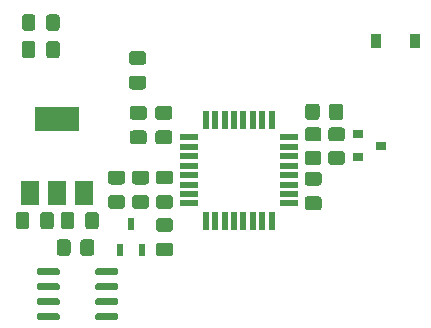
<source format=gtp>
%TF.GenerationSoftware,KiCad,Pcbnew,(5.1.10)-1*%
%TF.CreationDate,2022-04-04T21:04:04+02:00*%
%TF.ProjectId,Quickshifter3,51756963-6b73-4686-9966-746572332e6b,rev?*%
%TF.SameCoordinates,Original*%
%TF.FileFunction,Paste,Top*%
%TF.FilePolarity,Positive*%
%FSLAX46Y46*%
G04 Gerber Fmt 4.6, Leading zero omitted, Abs format (unit mm)*
G04 Created by KiCad (PCBNEW (5.1.10)-1) date 2022-04-04 21:04:04*
%MOMM*%
%LPD*%
G01*
G04 APERTURE LIST*
%ADD10R,1.500000X2.000000*%
%ADD11R,3.800000X2.000000*%
%ADD12R,0.900000X0.800000*%
%ADD13R,0.600000X1.100000*%
%ADD14R,0.600000X1.500000*%
%ADD15R,1.500000X0.600000*%
%ADD16R,0.900000X1.200000*%
G04 APERTURE END LIST*
G36*
G01*
X118658200Y-56960100D02*
X117708200Y-56960100D01*
G75*
G02*
X117458200Y-56710100I0J250000D01*
G01*
X117458200Y-56035100D01*
G75*
G02*
X117708200Y-55785100I250000J0D01*
G01*
X118658200Y-55785100D01*
G75*
G02*
X118908200Y-56035100I0J-250000D01*
G01*
X118908200Y-56710100D01*
G75*
G02*
X118658200Y-56960100I-250000J0D01*
G01*
G37*
G36*
G01*
X118658200Y-59035100D02*
X117708200Y-59035100D01*
G75*
G02*
X117458200Y-58785100I0J250000D01*
G01*
X117458200Y-58110100D01*
G75*
G02*
X117708200Y-57860100I250000J0D01*
G01*
X118658200Y-57860100D01*
G75*
G02*
X118908200Y-58110100I0J-250000D01*
G01*
X118908200Y-58785100D01*
G75*
G02*
X118658200Y-59035100I-250000J0D01*
G01*
G37*
G36*
G01*
X94783000Y-64380000D02*
X94783000Y-64080000D01*
G75*
G02*
X94933000Y-63930000I150000J0D01*
G01*
X96583000Y-63930000D01*
G75*
G02*
X96733000Y-64080000I0J-150000D01*
G01*
X96733000Y-64380000D01*
G75*
G02*
X96583000Y-64530000I-150000J0D01*
G01*
X94933000Y-64530000D01*
G75*
G02*
X94783000Y-64380000I0J150000D01*
G01*
G37*
G36*
G01*
X94783000Y-65650000D02*
X94783000Y-65350000D01*
G75*
G02*
X94933000Y-65200000I150000J0D01*
G01*
X96583000Y-65200000D01*
G75*
G02*
X96733000Y-65350000I0J-150000D01*
G01*
X96733000Y-65650000D01*
G75*
G02*
X96583000Y-65800000I-150000J0D01*
G01*
X94933000Y-65800000D01*
G75*
G02*
X94783000Y-65650000I0J150000D01*
G01*
G37*
G36*
G01*
X94783000Y-66920000D02*
X94783000Y-66620000D01*
G75*
G02*
X94933000Y-66470000I150000J0D01*
G01*
X96583000Y-66470000D01*
G75*
G02*
X96733000Y-66620000I0J-150000D01*
G01*
X96733000Y-66920000D01*
G75*
G02*
X96583000Y-67070000I-150000J0D01*
G01*
X94933000Y-67070000D01*
G75*
G02*
X94783000Y-66920000I0J150000D01*
G01*
G37*
G36*
G01*
X94783000Y-68190000D02*
X94783000Y-67890000D01*
G75*
G02*
X94933000Y-67740000I150000J0D01*
G01*
X96583000Y-67740000D01*
G75*
G02*
X96733000Y-67890000I0J-150000D01*
G01*
X96733000Y-68190000D01*
G75*
G02*
X96583000Y-68340000I-150000J0D01*
G01*
X94933000Y-68340000D01*
G75*
G02*
X94783000Y-68190000I0J150000D01*
G01*
G37*
G36*
G01*
X99733000Y-68190000D02*
X99733000Y-67890000D01*
G75*
G02*
X99883000Y-67740000I150000J0D01*
G01*
X101533000Y-67740000D01*
G75*
G02*
X101683000Y-67890000I0J-150000D01*
G01*
X101683000Y-68190000D01*
G75*
G02*
X101533000Y-68340000I-150000J0D01*
G01*
X99883000Y-68340000D01*
G75*
G02*
X99733000Y-68190000I0J150000D01*
G01*
G37*
G36*
G01*
X99733000Y-66920000D02*
X99733000Y-66620000D01*
G75*
G02*
X99883000Y-66470000I150000J0D01*
G01*
X101533000Y-66470000D01*
G75*
G02*
X101683000Y-66620000I0J-150000D01*
G01*
X101683000Y-66920000D01*
G75*
G02*
X101533000Y-67070000I-150000J0D01*
G01*
X99883000Y-67070000D01*
G75*
G02*
X99733000Y-66920000I0J150000D01*
G01*
G37*
G36*
G01*
X99733000Y-65650000D02*
X99733000Y-65350000D01*
G75*
G02*
X99883000Y-65200000I150000J0D01*
G01*
X101533000Y-65200000D01*
G75*
G02*
X101683000Y-65350000I0J-150000D01*
G01*
X101683000Y-65650000D01*
G75*
G02*
X101533000Y-65800000I-150000J0D01*
G01*
X99883000Y-65800000D01*
G75*
G02*
X99733000Y-65650000I0J150000D01*
G01*
G37*
G36*
G01*
X99733000Y-64380000D02*
X99733000Y-64080000D01*
G75*
G02*
X99883000Y-63930000I150000J0D01*
G01*
X101533000Y-63930000D01*
G75*
G02*
X101683000Y-64080000I0J-150000D01*
G01*
X101683000Y-64380000D01*
G75*
G02*
X101533000Y-64530000I-150000J0D01*
G01*
X99883000Y-64530000D01*
G75*
G02*
X99733000Y-64380000I0J150000D01*
G01*
G37*
D10*
X94217000Y-57601000D03*
X98817000Y-57601000D03*
X96517000Y-57601000D03*
D11*
X96517000Y-51301000D03*
G36*
G01*
X120614401Y-53209500D02*
X119714399Y-53209500D01*
G75*
G02*
X119464400Y-52959501I0J249999D01*
G01*
X119464400Y-52259499D01*
G75*
G02*
X119714399Y-52009500I249999J0D01*
G01*
X120614401Y-52009500D01*
G75*
G02*
X120864400Y-52259499I0J-249999D01*
G01*
X120864400Y-52959501D01*
G75*
G02*
X120614401Y-53209500I-249999J0D01*
G01*
G37*
G36*
G01*
X120614401Y-55209500D02*
X119714399Y-55209500D01*
G75*
G02*
X119464400Y-54959501I0J249999D01*
G01*
X119464400Y-54259499D01*
G75*
G02*
X119714399Y-54009500I249999J0D01*
G01*
X120614401Y-54009500D01*
G75*
G02*
X120864400Y-54259499I0J-249999D01*
G01*
X120864400Y-54959501D01*
G75*
G02*
X120614401Y-55209500I-249999J0D01*
G01*
G37*
G36*
G01*
X117733199Y-54009500D02*
X118633201Y-54009500D01*
G75*
G02*
X118883200Y-54259499I0J-249999D01*
G01*
X118883200Y-54959501D01*
G75*
G02*
X118633201Y-55209500I-249999J0D01*
G01*
X117733199Y-55209500D01*
G75*
G02*
X117483200Y-54959501I0J249999D01*
G01*
X117483200Y-54259499D01*
G75*
G02*
X117733199Y-54009500I249999J0D01*
G01*
G37*
G36*
G01*
X117733199Y-52009500D02*
X118633201Y-52009500D01*
G75*
G02*
X118883200Y-52259499I0J-249999D01*
G01*
X118883200Y-52959501D01*
G75*
G02*
X118633201Y-53209500I-249999J0D01*
G01*
X117733199Y-53209500D01*
G75*
G02*
X117483200Y-52959501I0J249999D01*
G01*
X117483200Y-52259499D01*
G75*
G02*
X117733199Y-52009500I249999J0D01*
G01*
G37*
G36*
G01*
X99657000Y-61747999D02*
X99657000Y-62648001D01*
G75*
G02*
X99407001Y-62898000I-249999J0D01*
G01*
X98706999Y-62898000D01*
G75*
G02*
X98457000Y-62648001I0J249999D01*
G01*
X98457000Y-61747999D01*
G75*
G02*
X98706999Y-61498000I249999J0D01*
G01*
X99407001Y-61498000D01*
G75*
G02*
X99657000Y-61747999I0J-249999D01*
G01*
G37*
G36*
G01*
X97657000Y-61747999D02*
X97657000Y-62648001D01*
G75*
G02*
X97407001Y-62898000I-249999J0D01*
G01*
X96706999Y-62898000D01*
G75*
G02*
X96457000Y-62648001I0J249999D01*
G01*
X96457000Y-61747999D01*
G75*
G02*
X96706999Y-61498000I249999J0D01*
G01*
X97407001Y-61498000D01*
G75*
G02*
X97657000Y-61747999I0J-249999D01*
G01*
G37*
G36*
G01*
X118723000Y-50254499D02*
X118723000Y-51154501D01*
G75*
G02*
X118473001Y-51404500I-249999J0D01*
G01*
X117772999Y-51404500D01*
G75*
G02*
X117523000Y-51154501I0J249999D01*
G01*
X117523000Y-50254499D01*
G75*
G02*
X117772999Y-50004500I249999J0D01*
G01*
X118473001Y-50004500D01*
G75*
G02*
X118723000Y-50254499I0J-249999D01*
G01*
G37*
G36*
G01*
X120723000Y-50254499D02*
X120723000Y-51154501D01*
G75*
G02*
X120473001Y-51404500I-249999J0D01*
G01*
X119772999Y-51404500D01*
G75*
G02*
X119523000Y-51154501I0J249999D01*
G01*
X119523000Y-50254499D01*
G75*
G02*
X119772999Y-50004500I249999J0D01*
G01*
X120473001Y-50004500D01*
G75*
G02*
X120723000Y-50254499I0J-249999D01*
G01*
G37*
D12*
X123949000Y-53562000D03*
X121949000Y-54512000D03*
X121949000Y-52612000D03*
D13*
X101787500Y-62401200D03*
X103687500Y-62401200D03*
X102737500Y-60201200D03*
D14*
X109084000Y-51407500D03*
X109884000Y-51407500D03*
X110684000Y-51407500D03*
X111484000Y-51407500D03*
X112284000Y-51407500D03*
X113084000Y-51407500D03*
X113884000Y-51407500D03*
X114684000Y-51407500D03*
D15*
X116134000Y-52857500D03*
X116134000Y-53657500D03*
X116134000Y-54457500D03*
X116134000Y-55257500D03*
X116134000Y-56057500D03*
X116134000Y-56857500D03*
X116134000Y-57657500D03*
X116134000Y-58457500D03*
D14*
X114684000Y-59907500D03*
X113884000Y-59907500D03*
X113084000Y-59907500D03*
X112284000Y-59907500D03*
X111484000Y-59907500D03*
X110684000Y-59907500D03*
X109884000Y-59907500D03*
X109084000Y-59907500D03*
D15*
X107634000Y-58457500D03*
X107634000Y-57657500D03*
X107634000Y-56857500D03*
X107634000Y-56057500D03*
X107634000Y-55257500D03*
X107634000Y-54457500D03*
X107634000Y-53657500D03*
X107634000Y-52857500D03*
D16*
X123519200Y-44722800D03*
X126819200Y-44722800D03*
G36*
G01*
X106072500Y-60871700D02*
X105122500Y-60871700D01*
G75*
G02*
X104872500Y-60621700I0J250000D01*
G01*
X104872500Y-59946700D01*
G75*
G02*
X105122500Y-59696700I250000J0D01*
G01*
X106072500Y-59696700D01*
G75*
G02*
X106322500Y-59946700I0J-250000D01*
G01*
X106322500Y-60621700D01*
G75*
G02*
X106072500Y-60871700I-250000J0D01*
G01*
G37*
G36*
G01*
X106072500Y-62946700D02*
X105122500Y-62946700D01*
G75*
G02*
X104872500Y-62696700I0J250000D01*
G01*
X104872500Y-62021700D01*
G75*
G02*
X105122500Y-61771700I250000J0D01*
G01*
X106072500Y-61771700D01*
G75*
G02*
X106322500Y-62021700I0J-250000D01*
G01*
X106322500Y-62696700D01*
G75*
G02*
X106072500Y-62946700I-250000J0D01*
G01*
G37*
G36*
G01*
X103090500Y-57754600D02*
X104040500Y-57754600D01*
G75*
G02*
X104290500Y-58004600I0J-250000D01*
G01*
X104290500Y-58679600D01*
G75*
G02*
X104040500Y-58929600I-250000J0D01*
G01*
X103090500Y-58929600D01*
G75*
G02*
X102840500Y-58679600I0J250000D01*
G01*
X102840500Y-58004600D01*
G75*
G02*
X103090500Y-57754600I250000J0D01*
G01*
G37*
G36*
G01*
X103090500Y-55679600D02*
X104040500Y-55679600D01*
G75*
G02*
X104290500Y-55929600I0J-250000D01*
G01*
X104290500Y-56604600D01*
G75*
G02*
X104040500Y-56854600I-250000J0D01*
G01*
X103090500Y-56854600D01*
G75*
G02*
X102840500Y-56604600I0J250000D01*
G01*
X102840500Y-55929600D01*
G75*
G02*
X103090500Y-55679600I250000J0D01*
G01*
G37*
G36*
G01*
X103786500Y-46740500D02*
X102836500Y-46740500D01*
G75*
G02*
X102586500Y-46490500I0J250000D01*
G01*
X102586500Y-45815500D01*
G75*
G02*
X102836500Y-45565500I250000J0D01*
G01*
X103786500Y-45565500D01*
G75*
G02*
X104036500Y-45815500I0J-250000D01*
G01*
X104036500Y-46490500D01*
G75*
G02*
X103786500Y-46740500I-250000J0D01*
G01*
G37*
G36*
G01*
X103786500Y-48815500D02*
X102836500Y-48815500D01*
G75*
G02*
X102586500Y-48565500I0J250000D01*
G01*
X102586500Y-47890500D01*
G75*
G02*
X102836500Y-47640500I250000J0D01*
G01*
X103786500Y-47640500D01*
G75*
G02*
X104036500Y-47890500I0J-250000D01*
G01*
X104036500Y-48565500D01*
G75*
G02*
X103786500Y-48815500I-250000J0D01*
G01*
G37*
G36*
G01*
X95062000Y-60387000D02*
X95062000Y-59437000D01*
G75*
G02*
X95312000Y-59187000I250000J0D01*
G01*
X95987000Y-59187000D01*
G75*
G02*
X96237000Y-59437000I0J-250000D01*
G01*
X96237000Y-60387000D01*
G75*
G02*
X95987000Y-60637000I-250000J0D01*
G01*
X95312000Y-60637000D01*
G75*
G02*
X95062000Y-60387000I0J250000D01*
G01*
G37*
G36*
G01*
X92987000Y-60387000D02*
X92987000Y-59437000D01*
G75*
G02*
X93237000Y-59187000I250000J0D01*
G01*
X93912000Y-59187000D01*
G75*
G02*
X94162000Y-59437000I0J-250000D01*
G01*
X94162000Y-60387000D01*
G75*
G02*
X93912000Y-60637000I-250000J0D01*
G01*
X93237000Y-60637000D01*
G75*
G02*
X92987000Y-60387000I0J250000D01*
G01*
G37*
G36*
G01*
X105122500Y-57749700D02*
X106072500Y-57749700D01*
G75*
G02*
X106322500Y-57999700I0J-250000D01*
G01*
X106322500Y-58674700D01*
G75*
G02*
X106072500Y-58924700I-250000J0D01*
G01*
X105122500Y-58924700D01*
G75*
G02*
X104872500Y-58674700I0J250000D01*
G01*
X104872500Y-57999700D01*
G75*
G02*
X105122500Y-57749700I250000J0D01*
G01*
G37*
G36*
G01*
X105122500Y-55674700D02*
X106072500Y-55674700D01*
G75*
G02*
X106322500Y-55924700I0J-250000D01*
G01*
X106322500Y-56599700D01*
G75*
G02*
X106072500Y-56849700I-250000J0D01*
G01*
X105122500Y-56849700D01*
G75*
G02*
X104872500Y-56599700I0J250000D01*
G01*
X104872500Y-55924700D01*
G75*
G02*
X105122500Y-55674700I250000J0D01*
G01*
G37*
G36*
G01*
X97972000Y-59437000D02*
X97972000Y-60387000D01*
G75*
G02*
X97722000Y-60637000I-250000J0D01*
G01*
X97047000Y-60637000D01*
G75*
G02*
X96797000Y-60387000I0J250000D01*
G01*
X96797000Y-59437000D01*
G75*
G02*
X97047000Y-59187000I250000J0D01*
G01*
X97722000Y-59187000D01*
G75*
G02*
X97972000Y-59437000I0J-250000D01*
G01*
G37*
G36*
G01*
X100047000Y-59437000D02*
X100047000Y-60387000D01*
G75*
G02*
X99797000Y-60637000I-250000J0D01*
G01*
X99122000Y-60637000D01*
G75*
G02*
X98872000Y-60387000I0J250000D01*
G01*
X98872000Y-59437000D01*
G75*
G02*
X99122000Y-59187000I250000J0D01*
G01*
X99797000Y-59187000D01*
G75*
G02*
X100047000Y-59437000I0J-250000D01*
G01*
G37*
G36*
G01*
X94670000Y-44959000D02*
X94670000Y-45909000D01*
G75*
G02*
X94420000Y-46159000I-250000J0D01*
G01*
X93745000Y-46159000D01*
G75*
G02*
X93495000Y-45909000I0J250000D01*
G01*
X93495000Y-44959000D01*
G75*
G02*
X93745000Y-44709000I250000J0D01*
G01*
X94420000Y-44709000D01*
G75*
G02*
X94670000Y-44959000I0J-250000D01*
G01*
G37*
G36*
G01*
X96745000Y-44959000D02*
X96745000Y-45909000D01*
G75*
G02*
X96495000Y-46159000I-250000J0D01*
G01*
X95820000Y-46159000D01*
G75*
G02*
X95570000Y-45909000I0J250000D01*
G01*
X95570000Y-44959000D01*
G75*
G02*
X95820000Y-44709000I250000J0D01*
G01*
X96495000Y-44709000D01*
G75*
G02*
X96745000Y-44959000I0J-250000D01*
G01*
G37*
G36*
G01*
X106009000Y-51376000D02*
X105059000Y-51376000D01*
G75*
G02*
X104809000Y-51126000I0J250000D01*
G01*
X104809000Y-50451000D01*
G75*
G02*
X105059000Y-50201000I250000J0D01*
G01*
X106009000Y-50201000D01*
G75*
G02*
X106259000Y-50451000I0J-250000D01*
G01*
X106259000Y-51126000D01*
G75*
G02*
X106009000Y-51376000I-250000J0D01*
G01*
G37*
G36*
G01*
X106009000Y-53451000D02*
X105059000Y-53451000D01*
G75*
G02*
X104809000Y-53201000I0J250000D01*
G01*
X104809000Y-52526000D01*
G75*
G02*
X105059000Y-52276000I250000J0D01*
G01*
X106009000Y-52276000D01*
G75*
G02*
X106259000Y-52526000I0J-250000D01*
G01*
X106259000Y-53201000D01*
G75*
G02*
X106009000Y-53451000I-250000J0D01*
G01*
G37*
G36*
G01*
X103850000Y-51376000D02*
X102900000Y-51376000D01*
G75*
G02*
X102650000Y-51126000I0J250000D01*
G01*
X102650000Y-50451000D01*
G75*
G02*
X102900000Y-50201000I250000J0D01*
G01*
X103850000Y-50201000D01*
G75*
G02*
X104100000Y-50451000I0J-250000D01*
G01*
X104100000Y-51126000D01*
G75*
G02*
X103850000Y-51376000I-250000J0D01*
G01*
G37*
G36*
G01*
X103850000Y-53451000D02*
X102900000Y-53451000D01*
G75*
G02*
X102650000Y-53201000I0J250000D01*
G01*
X102650000Y-52526000D01*
G75*
G02*
X102900000Y-52276000I250000J0D01*
G01*
X103850000Y-52276000D01*
G75*
G02*
X104100000Y-52526000I0J-250000D01*
G01*
X104100000Y-53201000D01*
G75*
G02*
X103850000Y-53451000I-250000J0D01*
G01*
G37*
G36*
G01*
X95570000Y-43598001D02*
X95570000Y-42697999D01*
G75*
G02*
X95819999Y-42448000I249999J0D01*
G01*
X96470001Y-42448000D01*
G75*
G02*
X96720000Y-42697999I0J-249999D01*
G01*
X96720000Y-43598001D01*
G75*
G02*
X96470001Y-43848000I-249999J0D01*
G01*
X95819999Y-43848000D01*
G75*
G02*
X95570000Y-43598001I0J249999D01*
G01*
G37*
G36*
G01*
X93520000Y-43598001D02*
X93520000Y-42697999D01*
G75*
G02*
X93769999Y-42448000I249999J0D01*
G01*
X94420001Y-42448000D01*
G75*
G02*
X94670000Y-42697999I0J-249999D01*
G01*
X94670000Y-43598001D01*
G75*
G02*
X94420001Y-43848000I-249999J0D01*
G01*
X93769999Y-43848000D01*
G75*
G02*
X93520000Y-43598001I0J249999D01*
G01*
G37*
G36*
G01*
X101058500Y-57754600D02*
X102008500Y-57754600D01*
G75*
G02*
X102258500Y-58004600I0J-250000D01*
G01*
X102258500Y-58679600D01*
G75*
G02*
X102008500Y-58929600I-250000J0D01*
G01*
X101058500Y-58929600D01*
G75*
G02*
X100808500Y-58679600I0J250000D01*
G01*
X100808500Y-58004600D01*
G75*
G02*
X101058500Y-57754600I250000J0D01*
G01*
G37*
G36*
G01*
X101058500Y-55679600D02*
X102008500Y-55679600D01*
G75*
G02*
X102258500Y-55929600I0J-250000D01*
G01*
X102258500Y-56604600D01*
G75*
G02*
X102008500Y-56854600I-250000J0D01*
G01*
X101058500Y-56854600D01*
G75*
G02*
X100808500Y-56604600I0J250000D01*
G01*
X100808500Y-55929600D01*
G75*
G02*
X101058500Y-55679600I250000J0D01*
G01*
G37*
M02*

</source>
